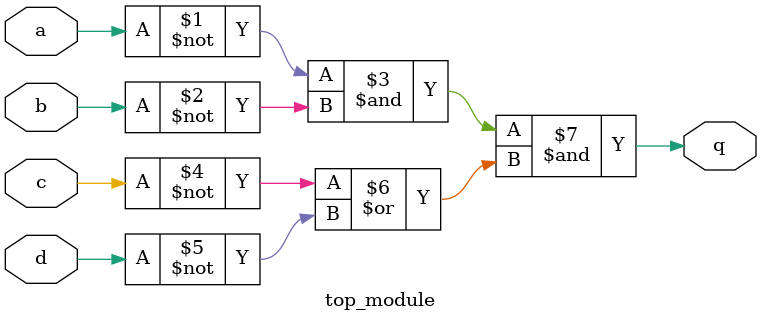
<source format=sv>
module top_module (
  input a,
  input b,
  input c,
  input d,
  output q
);

  assign q = ~a & ~b & (~c | ~d);

endmodule

</source>
